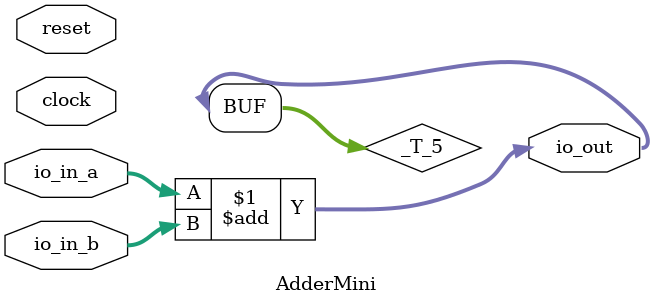
<source format=v>
`ifdef RANDOMIZE_GARBAGE_ASSIGN
`define RANDOMIZE
`endif
`ifdef RANDOMIZE_INVALID_ASSIGN
`define RANDOMIZE
`endif
`ifdef RANDOMIZE_REG_INIT
`define RANDOMIZE
`endif
`ifdef RANDOMIZE_MEM_INIT
`define RANDOMIZE
`endif

module AdderMini(
  input        clock,
  input        reset,
  input  [1:0] io_in_a,
  input  [1:0] io_in_b,
  output [2:0] io_out
);
  wire [2:0] _T_5;
  assign _T_5 = io_in_a + io_in_b;
  assign io_out = _T_5;
endmodule

</source>
